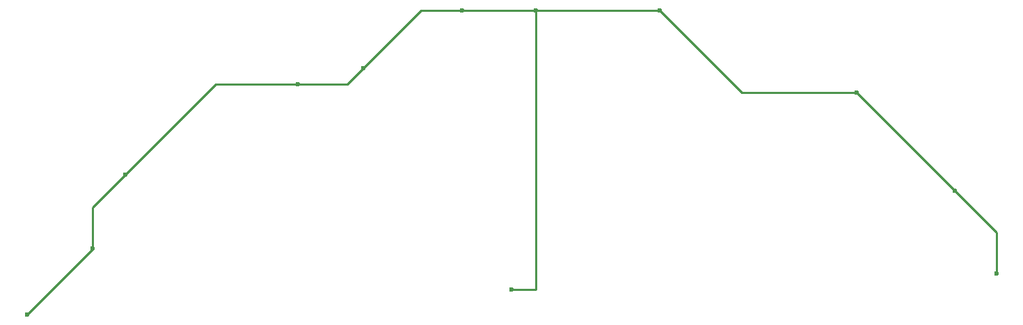
<source format=gbr>
G04 #@! TF.FileFunction,Copper,L2,Bot,Signal*
%FSLAX46Y46*%
G04 Gerber Fmt 4.6, Leading zero omitted, Abs format (unit mm)*
G04 Created by KiCad (PCBNEW 4.0.0-stable) date 24.11.2016 23:31:49*
%MOMM*%
G01*
G04 APERTURE LIST*
%ADD10C,0.100000*%
%ADD11C,0.600000*%
%ADD12C,0.250000*%
G04 APERTURE END LIST*
D10*
D11*
X106000000Y-83000000D03*
X85000000Y-94000000D03*
X135000000Y-74000000D03*
X85000000Y-94000000D03*
X81000000Y-103000000D03*
X114000000Y-81000000D03*
X106000000Y-83000000D03*
X126000000Y-74000000D03*
X150000000Y-74000000D03*
X174000000Y-84000000D03*
X185895000Y-95895000D03*
X191000000Y-106000000D03*
X73035000Y-111035000D03*
X132000000Y-108000000D03*
D12*
X135000000Y-74000000D02*
X150000000Y-74000000D01*
X128000000Y-74000000D02*
X135000000Y-74000000D01*
X135000000Y-74000000D02*
X135000000Y-108000000D01*
X132000000Y-108000000D02*
X135000000Y-108000000D01*
X96000000Y-83000000D02*
X106000000Y-83000000D01*
X106000000Y-83000000D02*
X112000000Y-83000000D01*
X121000000Y-74000000D02*
X128000000Y-74000000D01*
X128035000Y-74035000D02*
X128000000Y-74000000D01*
X191000000Y-101000000D02*
X191000000Y-106000000D01*
X160000000Y-84000000D02*
X174000000Y-84000000D01*
X174000000Y-84000000D02*
X191000000Y-101000000D01*
X159000000Y-83000000D02*
X160000000Y-84000000D01*
X150000000Y-74000000D02*
X159000000Y-83000000D01*
X112000000Y-83000000D02*
X121000000Y-74000000D01*
X81000000Y-98000000D02*
X96000000Y-83000000D01*
X81000000Y-103070000D02*
X81000000Y-98000000D01*
X73035000Y-111035000D02*
X81000000Y-103070000D01*
X73000000Y-111000000D02*
X73035000Y-111035000D01*
M02*

</source>
